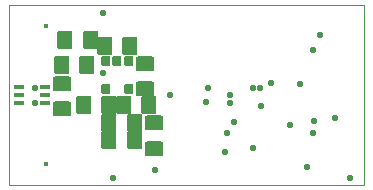
<source format=gbr>
G04 PROTEUS GERBER X2 FILE*
%TF.GenerationSoftware,Labcenter,Proteus,8.5-SP0-Build22067*%
%TF.CreationDate,2018-05-09T22:16:53+00:00*%
%TF.FileFunction,Soldermask,Bot*%
%TF.FilePolarity,Negative*%
%TF.Part,Single*%
%FSLAX45Y45*%
%MOMM*%
G01*
%TA.AperFunction,Material*%
%ADD32C,0.558800*%
%AMPPAD028*
4,1,48,
-0.190500,-0.038100,
-0.190500,0.038100,
-0.189730,0.053940,
-0.187470,0.069260,
-0.183780,0.084000,
-0.178740,0.098080,
-0.164880,0.123990,
-0.146440,0.146440,
-0.123990,0.164880,
-0.098080,0.178740,
-0.069260,0.187470,
-0.053940,0.189730,
-0.038100,0.190500,
0.038100,0.190500,
0.053940,0.189730,
0.069260,0.187470,
0.098080,0.178740,
0.123990,0.164880,
0.146440,0.146440,
0.164880,0.123990,
0.178740,0.098080,
0.183780,0.084000,
0.187470,0.069260,
0.189730,0.053940,
0.190500,0.038100,
0.190500,-0.038100,
0.189730,-0.053940,
0.187470,-0.069260,
0.183780,-0.084000,
0.178740,-0.098080,
0.164880,-0.123990,
0.146440,-0.146440,
0.123990,-0.164880,
0.098080,-0.178740,
0.069260,-0.187470,
0.053940,-0.189730,
0.038100,-0.190500,
-0.038100,-0.190500,
-0.053940,-0.189730,
-0.069260,-0.187470,
-0.098080,-0.178740,
-0.123990,-0.164880,
-0.146440,-0.146440,
-0.164880,-0.123990,
-0.178740,-0.098080,
-0.183780,-0.084000,
-0.187470,-0.069260,
-0.189730,-0.053940,
-0.190500,-0.038100,
0*%
%ADD34PPAD028*%
%AMPPAD045*
4,1,36,
-0.254000,-0.444500,
0.254000,-0.444500,
0.279970,-0.441970,
0.303980,-0.434700,
0.325580,-0.423150,
0.344290,-0.407790,
0.359650,-0.389070,
0.371200,-0.367480,
0.378470,-0.343470,
0.381000,-0.317500,
0.381000,0.317500,
0.378470,0.343470,
0.371200,0.367480,
0.359650,0.389070,
0.344290,0.407790,
0.325580,0.423150,
0.303980,0.434700,
0.279970,0.441970,
0.254000,0.444500,
-0.254000,0.444500,
-0.279970,0.441970,
-0.303980,0.434700,
-0.325580,0.423150,
-0.344290,0.407790,
-0.359650,0.389070,
-0.371200,0.367480,
-0.378470,0.343470,
-0.381000,0.317500,
-0.381000,-0.317500,
-0.378470,-0.343470,
-0.371200,-0.367480,
-0.359650,-0.389070,
-0.344290,-0.407790,
-0.325580,-0.423150,
-0.303980,-0.434700,
-0.279970,-0.441970,
-0.254000,-0.444500,
0*%
%ADD51PPAD045*%
%AMPPAD046*
4,1,36,
-0.508000,-0.762000,
0.508000,-0.762000,
0.533970,-0.759470,
0.557980,-0.752200,
0.579580,-0.740650,
0.598290,-0.725290,
0.613650,-0.706570,
0.625200,-0.684980,
0.632470,-0.660970,
0.635000,-0.635000,
0.635000,0.635000,
0.632470,0.660970,
0.625200,0.684980,
0.613650,0.706570,
0.598290,0.725290,
0.579580,0.740650,
0.557980,0.752200,
0.533970,0.759470,
0.508000,0.762000,
-0.508000,0.762000,
-0.533970,0.759470,
-0.557980,0.752200,
-0.579580,0.740650,
-0.598290,0.725290,
-0.613650,0.706570,
-0.625200,0.684980,
-0.632470,0.660970,
-0.635000,0.635000,
-0.635000,-0.635000,
-0.632470,-0.660970,
-0.625200,-0.684980,
-0.613650,-0.706570,
-0.598290,-0.725290,
-0.579580,-0.740650,
-0.557980,-0.752200,
-0.533970,-0.759470,
-0.508000,-0.762000,
0*%
%ADD52PPAD046*%
%AMPPAD047*
4,1,36,
-0.762000,0.508000,
-0.762000,-0.508000,
-0.759470,-0.533970,
-0.752200,-0.557980,
-0.740650,-0.579580,
-0.725290,-0.598290,
-0.706570,-0.613650,
-0.684980,-0.625200,
-0.660970,-0.632470,
-0.635000,-0.635000,
0.635000,-0.635000,
0.660970,-0.632470,
0.684980,-0.625200,
0.706570,-0.613650,
0.725290,-0.598290,
0.740650,-0.579580,
0.752200,-0.557980,
0.759470,-0.533970,
0.762000,-0.508000,
0.762000,0.508000,
0.759470,0.533970,
0.752200,0.557980,
0.740650,0.579580,
0.725290,0.598290,
0.706570,0.613650,
0.684980,0.625200,
0.660970,0.632470,
0.635000,0.635000,
-0.635000,0.635000,
-0.660970,0.632470,
-0.684980,0.625200,
-0.706570,0.613650,
-0.725290,0.598290,
-0.740650,0.579580,
-0.752200,0.557980,
-0.759470,0.533970,
-0.762000,0.508000,
0*%
%ADD53PPAD047*%
%AMPPAD048*
4,1,4,
0.444500,-0.203200,
0.444500,0.203200,
-0.444500,0.203200,
-0.444500,-0.203200,
0.444500,-0.203200,
0*%
%ADD54PPAD048*%
%TA.AperFunction,Profile*%
%ADD28C,0.101600*%
D32*
X+1143000Y+508000D03*
X+1079500Y-317500D03*
X-1270000Y-63500D03*
X-1270000Y+63500D03*
X+1079500Y+381000D03*
X-127000Y+0D03*
X+889000Y-254000D03*
X+1270000Y-190500D03*
X-698500Y+190500D03*
X+571500Y+63500D03*
X+190500Y+63500D03*
X+1397000Y-698500D03*
X+970000Y+90000D03*
X+1087603Y-221187D03*
X+571500Y-444500D03*
X+410000Y-230000D03*
X-610000Y-698500D03*
X-698500Y+698500D03*
X+725500Y+100000D03*
X+1030000Y-610000D03*
X+635000Y+63500D03*
X+170000Y-60000D03*
X+381000Y-63500D03*
X+637672Y-88442D03*
X+335655Y-483779D03*
X+381000Y+0D03*
X+352140Y-317500D03*
X-254000Y-635000D03*
D34*
X-1180000Y-585000D03*
X-1180000Y+585000D03*
D51*
X-669880Y+290320D03*
X-575900Y+290320D03*
X-479380Y+290320D03*
X-479380Y+51560D03*
X-669880Y+51560D03*
D52*
X-1016720Y+463480D03*
X-803360Y+463480D03*
X-683360Y+413480D03*
X-470000Y+413480D03*
D53*
X-343360Y+263480D03*
X-343360Y+50120D03*
D52*
X-310000Y-86520D03*
X-523360Y-86520D03*
X-863360Y-86520D03*
X-650000Y-86520D03*
X-1043360Y+253480D03*
X-830000Y+253480D03*
D54*
X-1190000Y+65000D03*
X-1190000Y+0D03*
X-1190000Y-65000D03*
X-1410000Y-65000D03*
X-1410000Y+0D03*
X-1410000Y+65000D03*
D53*
X-1043360Y-119880D03*
X-1043360Y+93480D03*
X-270000Y-453360D03*
X-270000Y-240000D03*
D52*
X-643360Y-236520D03*
X-430000Y-236520D03*
X-643360Y-376520D03*
X-430000Y-376520D03*
D28*
X-1490000Y-760000D02*
X+1510000Y-760000D01*
X+1510000Y+760000D01*
X-1490000Y+760000D01*
X-1490000Y-760000D01*
M02*

</source>
